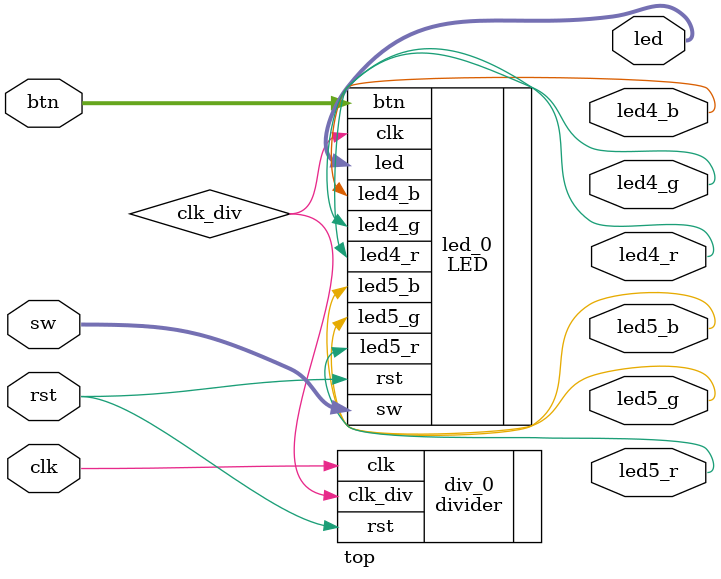
<source format=v>
module top(
    input   clk   ,
    input   rst   ,
    input   [1:0] sw  ,
    input   [2:0] btn ,
    output  led4_b ,
    output  led4_g ,
    output  led4_r ,
    output  led5_b ,
    output  led5_g ,
    output  led5_r ,
    output  [3:0] led
    );
    
    wire    clk_div ;
    
    LED led_0(
    .clk    (clk_div),
    .rst    (rst),
    .sw     (sw),
    .btn    (btn),
    .led4_b (led4_b),
    .led4_g (led4_g),
    .led4_r (led4_r),
    .led5_b (led5_b),
    .led5_g (led5_g),
    .led5_r (led5_r),
    .led    (led)
    );
    
    divider div_0(
    .clk    (clk),
    .rst    (rst),
    .clk_div    (clk_div)
    );
    
endmodule

</source>
